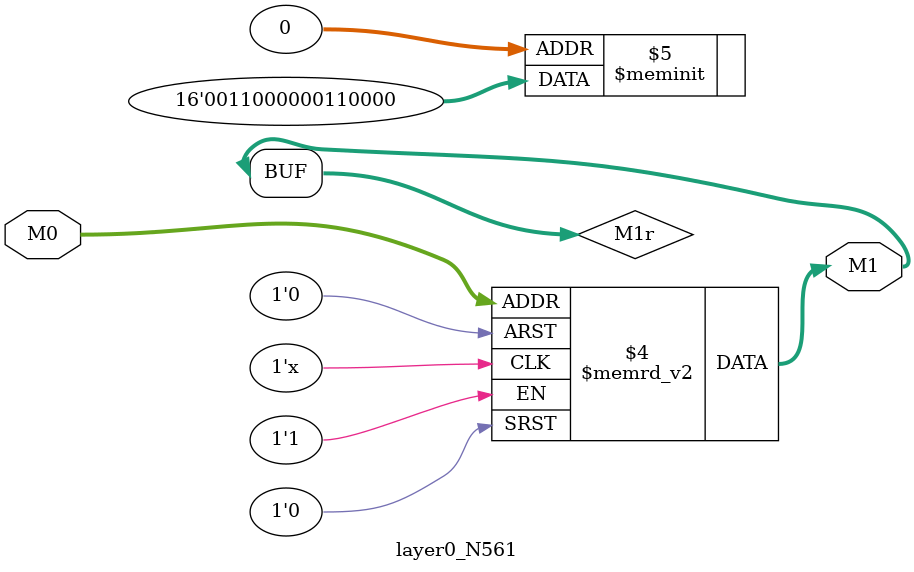
<source format=v>
module layer0_N561 ( input [2:0] M0, output [1:0] M1 );

	(*rom_style = "distributed" *) reg [1:0] M1r;
	assign M1 = M1r;
	always @ (M0) begin
		case (M0)
			3'b000: M1r = 2'b00;
			3'b100: M1r = 2'b00;
			3'b010: M1r = 2'b11;
			3'b110: M1r = 2'b11;
			3'b001: M1r = 2'b00;
			3'b101: M1r = 2'b00;
			3'b011: M1r = 2'b00;
			3'b111: M1r = 2'b00;

		endcase
	end
endmodule

</source>
